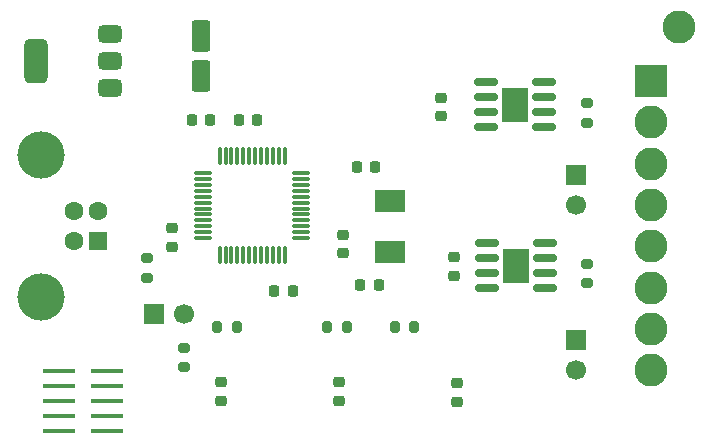
<source format=gbr>
%TF.GenerationSoftware,KiCad,Pcbnew,9.0.4*%
%TF.CreationDate,2025-09-19T12:57:54-07:00*%
%TF.ProjectId,USBCAN-X2,55534243-414e-42d5-9832-2e6b69636164,rev?*%
%TF.SameCoordinates,Original*%
%TF.FileFunction,Soldermask,Top*%
%TF.FilePolarity,Negative*%
%FSLAX46Y46*%
G04 Gerber Fmt 4.6, Leading zero omitted, Abs format (unit mm)*
G04 Created by KiCad (PCBNEW 9.0.4) date 2025-09-19 12:57:54*
%MOMM*%
%LPD*%
G01*
G04 APERTURE LIST*
G04 Aperture macros list*
%AMRoundRect*
0 Rectangle with rounded corners*
0 $1 Rounding radius*
0 $2 $3 $4 $5 $6 $7 $8 $9 X,Y pos of 4 corners*
0 Add a 4 corners polygon primitive as box body*
4,1,4,$2,$3,$4,$5,$6,$7,$8,$9,$2,$3,0*
0 Add four circle primitives for the rounded corners*
1,1,$1+$1,$2,$3*
1,1,$1+$1,$4,$5*
1,1,$1+$1,$6,$7*
1,1,$1+$1,$8,$9*
0 Add four rect primitives between the rounded corners*
20,1,$1+$1,$2,$3,$4,$5,0*
20,1,$1+$1,$4,$5,$6,$7,0*
20,1,$1+$1,$6,$7,$8,$9,0*
20,1,$1+$1,$8,$9,$2,$3,0*%
G04 Aperture macros list end*
%ADD10RoundRect,0.075000X0.662500X0.075000X-0.662500X0.075000X-0.662500X-0.075000X0.662500X-0.075000X0*%
%ADD11RoundRect,0.075000X0.075000X0.662500X-0.075000X0.662500X-0.075000X-0.662500X0.075000X-0.662500X0*%
%ADD12RoundRect,0.225000X-0.225000X-0.250000X0.225000X-0.250000X0.225000X0.250000X-0.225000X0.250000X0*%
%ADD13RoundRect,0.200000X-0.275000X0.200000X-0.275000X-0.200000X0.275000X-0.200000X0.275000X0.200000X0*%
%ADD14R,1.700000X1.700000*%
%ADD15C,1.700000*%
%ADD16R,2.800000X2.800000*%
%ADD17C,2.800000*%
%ADD18RoundRect,0.225000X0.225000X0.250000X-0.225000X0.250000X-0.225000X-0.250000X0.225000X-0.250000X0*%
%ADD19RoundRect,0.200000X-0.200000X-0.275000X0.200000X-0.275000X0.200000X0.275000X-0.200000X0.275000X0*%
%ADD20RoundRect,0.375000X0.625000X0.375000X-0.625000X0.375000X-0.625000X-0.375000X0.625000X-0.375000X0*%
%ADD21RoundRect,0.500000X0.500000X1.400000X-0.500000X1.400000X-0.500000X-1.400000X0.500000X-1.400000X0*%
%ADD22RoundRect,0.225000X-0.250000X0.225000X-0.250000X-0.225000X0.250000X-0.225000X0.250000X0.225000X0*%
%ADD23RoundRect,0.150000X-0.825000X-0.150000X0.825000X-0.150000X0.825000X0.150000X-0.825000X0.150000X0*%
%ADD24R,2.290000X3.000000*%
%ADD25RoundRect,0.218750X0.256250X-0.218750X0.256250X0.218750X-0.256250X0.218750X-0.256250X-0.218750X0*%
%ADD26R,1.600000X1.600000*%
%ADD27C,1.600000*%
%ADD28C,4.000000*%
%ADD29RoundRect,0.225000X0.250000X-0.225000X0.250000X0.225000X-0.250000X0.225000X-0.250000X-0.225000X0*%
%ADD30RoundRect,0.250000X0.550000X-1.075000X0.550000X1.075000X-0.550000X1.075000X-0.550000X-1.075000X0*%
%ADD31R,2.600000X1.900000*%
%ADD32R,2.794000X0.406400*%
%ADD33RoundRect,0.200000X0.200000X0.275000X-0.200000X0.275000X-0.200000X-0.275000X0.200000X-0.275000X0*%
G04 APERTURE END LIST*
D10*
%TO.C,U1*%
X154300000Y-106000000D03*
X154300000Y-105500000D03*
X154300000Y-105000000D03*
X154300000Y-104500000D03*
X154300000Y-104000000D03*
X154300000Y-103500000D03*
X154300000Y-103000000D03*
X154300000Y-102500000D03*
X154300000Y-102000000D03*
X154300000Y-101500000D03*
X154300000Y-101000000D03*
X154300000Y-100500000D03*
D11*
X152887500Y-99087500D03*
X152387500Y-99087500D03*
X151887500Y-99087500D03*
X151387500Y-99087500D03*
X150887500Y-99087500D03*
X150387500Y-99087500D03*
X149887500Y-99087500D03*
X149387500Y-99087500D03*
X148887500Y-99087500D03*
X148387500Y-99087500D03*
X147887500Y-99087500D03*
X147387500Y-99087500D03*
D10*
X145975000Y-100500000D03*
X145975000Y-101000000D03*
X145975000Y-101500000D03*
X145975000Y-102000000D03*
X145975000Y-102500000D03*
X145975000Y-103000000D03*
X145975000Y-103500000D03*
X145975000Y-104000000D03*
X145975000Y-104500000D03*
X145975000Y-105000000D03*
X145975000Y-105500000D03*
X145975000Y-106000000D03*
D11*
X147387500Y-107412500D03*
X147887500Y-107412500D03*
X148387500Y-107412500D03*
X148887500Y-107412500D03*
X149387500Y-107412500D03*
X149887500Y-107412500D03*
X150387500Y-107412500D03*
X150887500Y-107412500D03*
X151387500Y-107412500D03*
X151887500Y-107412500D03*
X152387500Y-107412500D03*
X152887500Y-107412500D03*
%TD*%
D12*
%TO.C,C9*%
X159300000Y-110000000D03*
X160850000Y-110000000D03*
%TD*%
D13*
%TO.C,R3*%
X144400000Y-115275000D03*
X144400000Y-116925000D03*
%TD*%
D14*
%TO.C,J6*%
X177600000Y-100700000D03*
D15*
X177600000Y-103240000D03*
%TD*%
D16*
%TO.C,J2*%
X183907500Y-92695000D03*
D17*
X183907500Y-96195000D03*
X183907500Y-99695000D03*
X183907500Y-103195000D03*
X183907500Y-106695000D03*
X183907500Y-110195000D03*
X183907500Y-113695000D03*
X183907500Y-117195000D03*
%TD*%
D18*
%TO.C,C7*%
X153575000Y-110500000D03*
X152025000Y-110500000D03*
%TD*%
D19*
%TO.C,R7*%
X162200000Y-113500000D03*
X163850000Y-113500000D03*
%TD*%
%TO.C,R2*%
X156500000Y-113500000D03*
X158150000Y-113500000D03*
%TD*%
D13*
%TO.C,R5*%
X178500000Y-94575000D03*
X178500000Y-96225000D03*
%TD*%
D20*
%TO.C,U2*%
X138110000Y-93300000D03*
X138110000Y-91000000D03*
D21*
X131810000Y-91000000D03*
D20*
X138110000Y-88700000D03*
%TD*%
D22*
%TO.C,C3*%
X157800000Y-105725000D03*
X157800000Y-107275000D03*
%TD*%
D13*
%TO.C,R4*%
X141200000Y-107725000D03*
X141200000Y-109375000D03*
%TD*%
D23*
%TO.C,U3*%
X169905000Y-92795000D03*
X169905000Y-94065000D03*
X169905000Y-95335000D03*
X169905000Y-96605000D03*
X174855000Y-96605000D03*
X174855000Y-95335000D03*
X174855000Y-94065000D03*
X174855000Y-92795000D03*
D24*
X172380000Y-94700000D03*
%TD*%
D25*
%TO.C,D3*%
X167500000Y-119887500D03*
X167500000Y-118312500D03*
%TD*%
D26*
%TO.C,J1*%
X137087500Y-106250000D03*
D27*
X137087500Y-103750000D03*
X135087500Y-103750000D03*
X135087500Y-106250000D03*
D28*
X132227500Y-111000000D03*
X132227500Y-99000000D03*
%TD*%
D12*
%TO.C,C2*%
X145025000Y-96000000D03*
X146575000Y-96000000D03*
%TD*%
%TO.C,C4*%
X149025000Y-96000000D03*
X150575000Y-96000000D03*
%TD*%
D13*
%TO.C,R6*%
X178500000Y-108175000D03*
X178500000Y-109825000D03*
%TD*%
D18*
%TO.C,C10*%
X160575000Y-100000000D03*
X159025000Y-100000000D03*
%TD*%
D25*
%TO.C,D1*%
X147500000Y-119787500D03*
X147500000Y-118212500D03*
%TD*%
D29*
%TO.C,C6*%
X166100000Y-95675000D03*
X166100000Y-94125000D03*
%TD*%
%TO.C,C1*%
X143350000Y-106725000D03*
X143350000Y-105175000D03*
%TD*%
D14*
%TO.C,J3*%
X141825000Y-112400000D03*
D15*
X144365000Y-112400000D03*
%TD*%
D14*
%TO.C,J5*%
X177600000Y-114625000D03*
D15*
X177600000Y-117165000D03*
%TD*%
D25*
%TO.C,D2*%
X157500000Y-119787500D03*
X157500000Y-118212500D03*
%TD*%
D30*
%TO.C,C5*%
X145800000Y-92275000D03*
X145800000Y-88925000D03*
%TD*%
D23*
%TO.C,U4*%
X169995000Y-106445000D03*
X169995000Y-107715000D03*
X169995000Y-108985000D03*
X169995000Y-110255000D03*
X174945000Y-110255000D03*
X174945000Y-108985000D03*
X174945000Y-107715000D03*
X174945000Y-106445000D03*
D24*
X172470000Y-108350000D03*
%TD*%
D31*
%TO.C,Y1*%
X161800000Y-102850000D03*
X161800000Y-107150000D03*
%TD*%
D29*
%TO.C,C8*%
X167200000Y-109175000D03*
X167200000Y-107625000D03*
%TD*%
D32*
%TO.C,J4*%
X137832000Y-122340000D03*
X133768000Y-122340000D03*
X137832000Y-121070000D03*
X133768000Y-121070000D03*
X137832000Y-119800000D03*
X133768000Y-119800000D03*
X137832000Y-118530000D03*
X133768000Y-118530000D03*
X137832000Y-117260000D03*
X133768000Y-117260000D03*
%TD*%
D33*
%TO.C,R1*%
X148825000Y-113500000D03*
X147175000Y-113500000D03*
%TD*%
D17*
X186264398Y-88162869D03*
M02*

</source>
